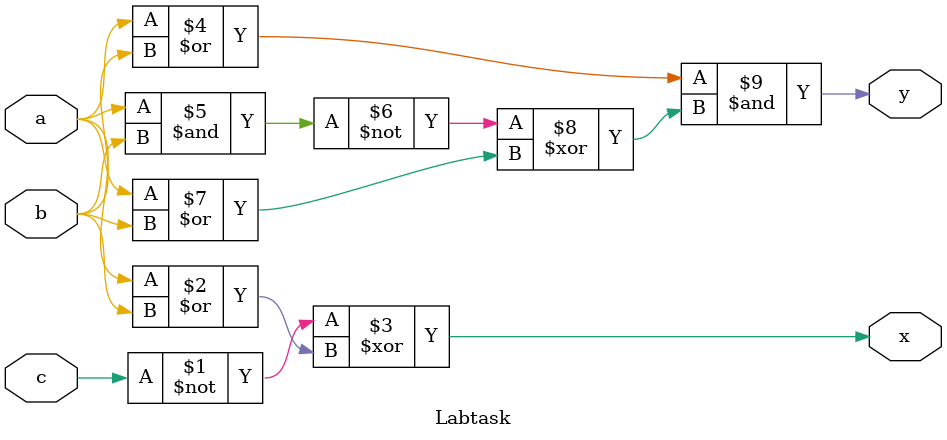
<source format=sv>
`timescale 1ns / 1ps


module Labtask(output x,y, 
                input a,b,c
    );
       assign x = (~c ^ (a | b));
       assign y = ((a|b)&(~(a&b)^(a|b)) );
       
endmodule

</source>
